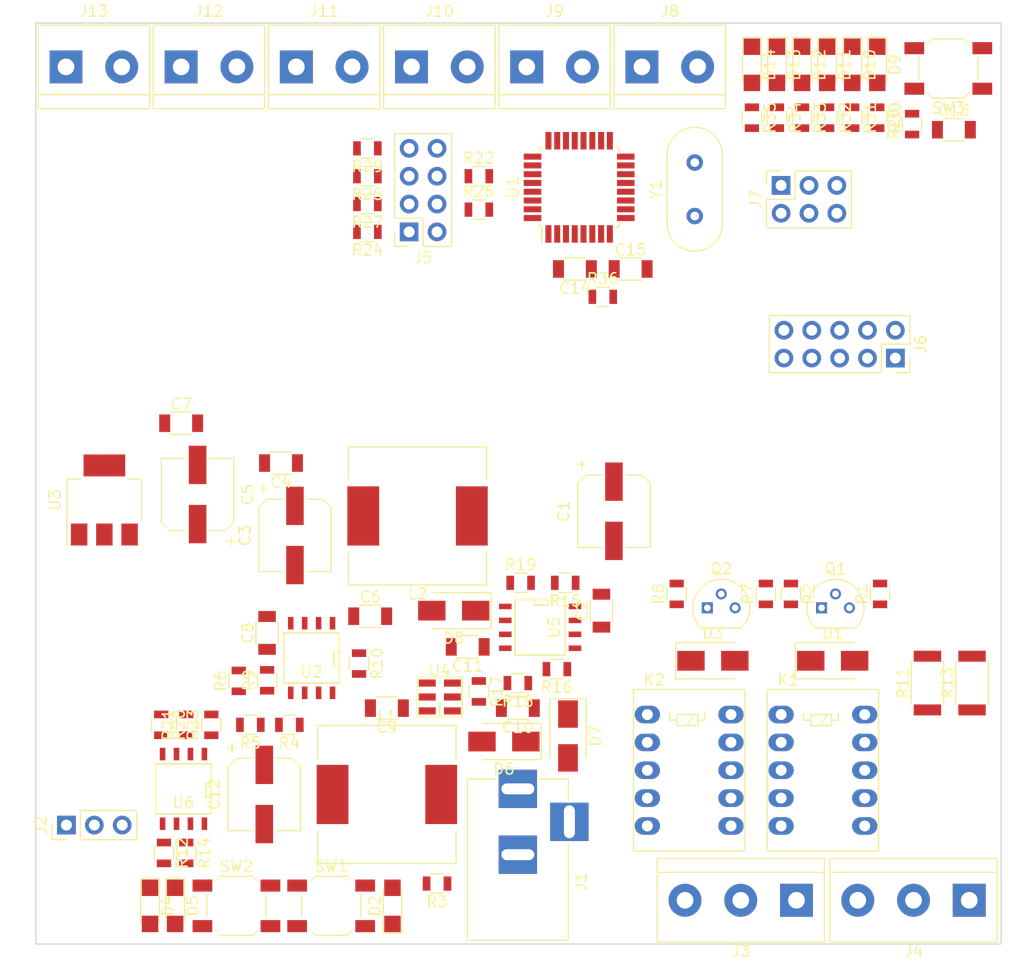
<source format=kicad_pcb>
(kicad_pcb (version 4) (host pcbnew 4.0.7-e2-6376~58~ubuntu14.04.1)
  (layers (0 F.Cu signal) (31 B.Cu signal) (34 B.Paste user) (35 F.Paste user) (36 B.SilkS user) (37 F.SilkS user) (38 B.Mask user) (39 F.Mask user) (44 Edge.Cuts user))
  (net 0 "")
  (net 1 GND)
  (net 2 +12V)
  (net 3 +5V)
  (net 4 +3V3)
  (net 5 /RST)
  (net 6 /O1)
  (net 7 /O2)
  (net 8 /FON)
  (net 9 /FCL)
  (net 10 "Net-(D3-Pad2)")
  (net 11 /WRX)
  (net 12 /A6)
  (net 13 "Net-(J5-Pad3)")
  (net 14 /L4)
  (net 15 /L5)
  (net 16 /L3)
  (net 17 /L1)
  (net 18 /L0)
  (net 19 /A0)
  (net 20 /A1)
  (net 21 /A2)
  (net 22 /A3)
  (net 23 /A4)
  (net 24 /A5)
  (net 25 "Net-(Q1-Pad2)")
  (net 26 "Net-(Q2-Pad2)")
  (net 27 /WTX)
  (net 28 /A7)
  (net 29 "Net-(C8-Pad1)")
  (net 30 /BAT)
  (net 31 "Net-(D1-Pad2)")
  (net 32 "Net-(D2-Pad2)")
  (net 33 "Net-(D4-Pad1)")
  (net 34 "Net-(D9-Pad2)")
  (net 35 "Net-(D10-Pad2)")
  (net 36 "Net-(D11-Pad2)")
  (net 37 "Net-(D12-Pad2)")
  (net 38 "Net-(J3-Pad1)")
  (net 39 "Net-(J3-Pad3)")
  (net 40 /BTMP)
  (net 41 "Net-(J5-Pad4)")
  (net 42 "Net-(J5-Pad5)")
  (net 43 "Net-(J5-Pad7)")
  (net 44 /DBG)
  (net 45 /PON)
  (net 46 /PCL)
  (net 47 "Net-(R17-Pad1)")
  (net 48 /WCC)
  (net 49 "Net-(C6-Pad1)")
  (net 50 "Net-(C11-Pad1)")
  (net 51 "Net-(D5-Pad1)")
  (net 52 "Net-(D6-Pad2)")
  (net 53 /EVSS)
  (net 54 "Net-(D8-Pad1)")
  (net 55 "Net-(D13-Pad2)")
  (net 56 "Net-(D14-Pad2)")
  (net 57 "Net-(J4-Pad1)")
  (net 58 "Net-(J4-Pad3)")
  (net 59 /EPWR)
  (net 60 /CHGE)
  (net 61 /BSTE)
  (net 62 "Net-(R15-Pad1)")
  (net 63 "Net-(R16-Pad1)")
  (net 64 "Net-(R21-Pad1)")
  (net 65 "Net-(R12-Pad1)")
  (net 66 "Net-(R14-Pad1)")
  (net 67 "Net-(U4-Pad6)")
  (module Capacitors_SMD:CP_Elec_6.3x5.7 (layer F.Cu) (at 124.206 95.504 270)
    (fp_text reference C1 (at 0 4.56 270) (layer F.SilkS))
    (fp_text value 100)
    (fp_text user + (at -4.28 3.01 270) (layer F.SilkS))
    (pad 1 smd rect (at -2.7 0 90) (size 3.5 1.6) (layers F.Cu F.Paste F.Mask) (net 2 +12V))
    (pad 2 smd rect (at 2.7 0 90) (size 3.5 1.6) (layers F.Cu F.Paste F.Mask) (net 1 GND))
  )
  (module Capacitors_SMD:C_1206 (layer F.Cu) (at 123.067 104.569 90)
    (fp_text reference C2 (at 0 -1.75 90) (layer F.SilkS))
    (fp_text value 0.1)
    (pad 1 smd rect (at -1.5 0 90) (size 1 1.6) (layers F.Cu F.Paste F.Mask) (net 2 +12V))
    (pad 2 smd rect (at 1.5 0 90) (size 1 1.6) (layers F.Cu F.Paste F.Mask) (net 1 GND))
  )
  (module Capacitors_SMD:CP_Elec_6.3x5.7 (layer F.Cu) (at 95.127 97.711 270)
    (fp_text reference C3 (at 0 4.56 270) (layer F.SilkS))
    (fp_text value 470)
    (fp_text user + (at -4.28 3.01 270) (layer F.SilkS))
    (pad 1 smd rect (at -2.7 0 90) (size 3.5 1.6) (layers F.Cu F.Paste F.Mask) (net 3 +5V))
    (pad 2 smd rect (at 2.7 0 90) (size 3.5 1.6) (layers F.Cu F.Paste F.Mask) (net 1 GND))
  )
  (module Capacitors_SMD:C_1206 (layer F.Cu) (at 93.857 91.107 180)
    (fp_text reference C4 (at 0 -1.75 180) (layer F.SilkS))
    (fp_text value 0.1)
    (pad 1 smd rect (at -1.5 0 180) (size 1 1.6) (layers F.Cu F.Paste F.Mask) (net 3 +5V))
    (pad 2 smd rect (at 1.5 0 180) (size 1 1.6) (layers F.Cu F.Paste F.Mask) (net 1 GND))
  )
  (module Capacitors_SMD:CP_Elec_6.3x5.7 (layer F.Cu) (at 86.255 93.975 90)
    (fp_text reference C5 (at 0 4.56 90) (layer F.SilkS))
    (fp_text value 100)
    (fp_text user + (at -4.28 3.01 90) (layer F.SilkS))
    (pad 1 smd rect (at -2.7 0 270) (size 3.5 1.6) (layers F.Cu F.Paste F.Mask) (net 4 +3V3))
    (pad 2 smd rect (at 2.7 0 270) (size 3.5 1.6) (layers F.Cu F.Paste F.Mask) (net 1 GND))
  )
  (module Capacitors_SMD:C_1206 (layer F.Cu) (at 101.985 105.077)
    (fp_text reference C6 (at 0 -1.75) (layer F.SilkS))
    (fp_text value 0.1)
    (pad 1 smd rect (at -1.5 0) (size 1 1.6) (layers F.Cu F.Paste F.Mask) (net 49 "Net-(C6-Pad1)"))
    (pad 2 smd rect (at 1.5 0) (size 1 1.6) (layers F.Cu F.Paste F.Mask) (net 1 GND))
  )
  (module Capacitors_SMD:C_1206 (layer F.Cu) (at 84.755 87.475)
    (fp_text reference C7 (at 0 -1.75) (layer F.SilkS))
    (fp_text value 0.1)
    (pad 1 smd rect (at -1.5 0) (size 1 1.6) (layers F.Cu F.Paste F.Mask) (net 4 +3V3))
    (pad 2 smd rect (at 1.5 0) (size 1 1.6) (layers F.Cu F.Paste F.Mask) (net 1 GND))
  )
  (module Capacitors_SMD:C_1206 (layer F.Cu) (at 92.587 106.601 90)
    (fp_text reference C8 (at 0 -1.75 90) (layer F.SilkS))
    (fp_text value 0.1)
    (pad 1 smd rect (at -1.5 0 90) (size 1 1.6) (layers F.Cu F.Paste F.Mask) (net 29 "Net-(C8-Pad1)"))
    (pad 2 smd rect (at 1.5 0 90) (size 1 1.6) (layers F.Cu F.Paste F.Mask) (net 1 GND))
  )
  (module Capacitors_SMD:C_1206 (layer F.Cu) (at 115.447 113.459 180)
    (fp_text reference C10 (at 0 -1.75 180) (layer F.SilkS))
    (fp_text value 22)
    (pad 1 smd rect (at -1.5 0 180) (size 1 1.6) (layers F.Cu F.Paste F.Mask) (net 2 +12V))
    (pad 2 smd rect (at 1.5 0 180) (size 1 1.6) (layers F.Cu F.Paste F.Mask) (net 1 GND))
  )
  (module Capacitors_SMD:C_1206 (layer F.Cu) (at 110.875 107.871 180)
    (fp_text reference C11 (at 0 -1.75 180) (layer F.SilkS))
    (fp_text value 470p)
    (pad 1 smd rect (at -1.5 0 180) (size 1 1.6) (layers F.Cu F.Paste F.Mask) (net 50 "Net-(C11-Pad1)"))
    (pad 2 smd rect (at 1.5 0 180) (size 1 1.6) (layers F.Cu F.Paste F.Mask) (net 1 GND))
  )
  (module Diodes_SMD:D_SMA (layer F.Cu) (at 144.149 109.141)
    (fp_text reference D1 (at 0 -2.5) (layer F.SilkS))
    (fp_text value D)
    (pad 1 smd rect (at -2 0) (size 2.5 1.8) (layers F.Cu F.Paste F.Mask) (net 3 +5V))
    (pad 2 smd rect (at 2 0) (size 2.5 1.8) (layers F.Cu F.Paste F.Mask) (net 31 "Net-(D1-Pad2)"))
  )
  (module LEDs:LED_1206 (layer F.Cu) (at 81.919 131.493 270)
    (fp_text reference D4 (at 0 -1.6 270) (layer F.SilkS))
    (fp_text value LED)
    (pad 2 smd rect (at 1.65 0 90) (size 1.5 1.5) (layers F.Cu F.Paste F.Mask) (net 3 +5V))
    (pad 1 smd rect (at -1.65 0 90) (size 1.5 1.5) (layers F.Cu F.Paste F.Mask) (net 33 "Net-(D4-Pad1)"))
  )
  (module Diodes_SMD:D_SMA (layer F.Cu) (at 114.177 116.507 180)
    (fp_text reference D6 (at 0 -2.5 180) (layer F.SilkS))
    (fp_text value "YJ SS14")
    (pad 1 smd rect (at -2 0 180) (size 2.5 1.8) (layers F.Cu F.Paste F.Mask) (net 2 +12V))
    (pad 2 smd rect (at 2 0 180) (size 2.5 1.8) (layers F.Cu F.Paste F.Mask) (net 52 "Net-(D6-Pad2)"))
  )
  (module LEDs:LED_1206 (layer F.Cu) (at 148.213 54.785 270)
    (fp_text reference D9 (at 0 -1.6 270) (layer F.SilkS))
    (fp_text value LED)
    (pad 2 smd rect (at 1.65 0 90) (size 1.5 1.5) (layers F.Cu F.Paste F.Mask) (net 34 "Net-(D9-Pad2)"))
    (pad 1 smd rect (at -1.65 0 90) (size 1.5 1.5) (layers F.Cu F.Paste F.Mask) (net 1 GND))
  )
  (module LEDs:LED_1206 (layer F.Cu) (at 145.927 54.785 270)
    (fp_text reference D10 (at 0 -1.6 270) (layer F.SilkS))
    (fp_text value LED)
    (pad 2 smd rect (at 1.65 0 90) (size 1.5 1.5) (layers F.Cu F.Paste F.Mask) (net 35 "Net-(D10-Pad2)"))
    (pad 1 smd rect (at -1.65 0 90) (size 1.5 1.5) (layers F.Cu F.Paste F.Mask) (net 1 GND))
  )
  (module LEDs:LED_1206 (layer F.Cu) (at 143.641 54.785 270)
    (fp_text reference D11 (at 0 -1.6 270) (layer F.SilkS))
    (fp_text value LED)
    (pad 2 smd rect (at 1.65 0 90) (size 1.5 1.5) (layers F.Cu F.Paste F.Mask) (net 36 "Net-(D11-Pad2)"))
    (pad 1 smd rect (at -1.65 0 90) (size 1.5 1.5) (layers F.Cu F.Paste F.Mask) (net 1 GND))
  )
  (module LEDs:LED_1206 (layer F.Cu) (at 141.355 54.785 270)
    (fp_text reference D12 (at 0 -1.6 270) (layer F.SilkS))
    (fp_text value LED)
    (pad 2 smd rect (at 1.65 0 90) (size 1.5 1.5) (layers F.Cu F.Paste F.Mask) (net 37 "Net-(D12-Pad2)"))
    (pad 1 smd rect (at -1.65 0 90) (size 1.5 1.5) (layers F.Cu F.Paste F.Mask) (net 1 GND))
  )
  (module Connectors:BARREL_JACK (layer F.Cu) (at 115.447 120.825 90)
    (fp_text reference J1 (at -8.45 5.75 270) (layer F.SilkS))
    (fp_text value Barrel_Jack)
    (pad 1 thru_hole rect (at 0 0 90) (size 3.5 3.5) (drill oval 1 3) (layers *.Cu *.Mask) (net 53 /EVSS))
    (pad 2 thru_hole rect (at -6 0 90) (size 3.5 3.5) (drill oval 1 3) (layers *.Cu *.Mask) (net 1 GND))
    (pad 3 thru_hole rect (at -3 4.7 90) (size 3.5 3.5) (drill oval 3 1) (layers *.Cu *.Mask) (net 1 GND))
  )
  (module Connectors_Terminal_Blocks:TerminalBlock_bornier-3_P5.08mm (layer F.Cu) (at 140.847 130.985 180)
    (fp_text reference J3 (at 5.05 -4.65 180) (layer F.SilkS))
    (fp_text value 01x03)
    (pad 1 thru_hole rect (at 0 0 180) (size 3 3) (drill 1.52) (layers *.Cu *.Mask) (net 38 "Net-(J3-Pad1)"))
    (pad 2 thru_hole circle (at 5.08 0 180) (size 3 3) (drill 1.52) (layers *.Cu *.Mask) (net 12 /A6))
    (pad 3 thru_hole circle (at 10.16 0 180) (size 3 3) (drill 1.52) (layers *.Cu *.Mask) (net 39 "Net-(J3-Pad3)"))
  )
  (module Socket_Strips:Socket_Strip_Straight_2x04_Pitch2.54mm (layer F.Cu) (at 105.541 70.025 180)
    (fp_text reference J5 (at -1.27 -2.33 180) (layer F.SilkS))
    (fp_text value Conn_02x04_Odd_Even)
    (pad 1 thru_hole rect (at 0 0 180) (size 1.7 1.7) (drill 1) (layers *.Cu *.Mask) (net 1 GND))
    (pad 2 thru_hole oval (at -2.54 0 180) (size 1.7 1.7) (drill 1) (layers *.Cu *.Mask) (net 11 /WRX))
    (pad 3 thru_hole oval (at 0 2.54 180) (size 1.7 1.7) (drill 1) (layers *.Cu *.Mask) (net 13 "Net-(J5-Pad3)"))
    (pad 4 thru_hole oval (at -2.54 2.54 180) (size 1.7 1.7) (drill 1) (layers *.Cu *.Mask) (net 41 "Net-(J5-Pad4)"))
    (pad 5 thru_hole oval (at 0 5.08 180) (size 1.7 1.7) (drill 1) (layers *.Cu *.Mask) (net 42 "Net-(J5-Pad5)"))
    (pad 6 thru_hole oval (at -2.54 5.08 180) (size 1.7 1.7) (drill 1) (layers *.Cu *.Mask) (net 41 "Net-(J5-Pad4)"))
    (pad 7 thru_hole oval (at 0 7.62 180) (size 1.7 1.7) (drill 1) (layers *.Cu *.Mask) (net 43 "Net-(J5-Pad7)"))
    (pad 8 thru_hole oval (at -2.54 7.62 180) (size 1.7 1.7) (drill 1) (layers *.Cu *.Mask) (net 4 +3V3))
  )
  (module Socket_Strips:Socket_Strip_Straight_2x05_Pitch2.54mm (layer F.Cu) (at 149.86 81.534 270)
    (fp_text reference J6 (at -1.27 -2.33 270) (layer F.SilkS))
    (fp_text value Conn_02x05_Odd_Even)
    (pad 1 thru_hole rect (at 0 0 270) (size 1.7 1.7) (drill 1) (layers *.Cu *.Mask) (net 16 /L3))
    (pad 2 thru_hole oval (at -2.54 0 270) (size 1.7 1.7) (drill 1) (layers *.Cu *.Mask) (net 3 +5V))
    (pad 3 thru_hole oval (at 0 2.54 270) (size 1.7 1.7) (drill 1) (layers *.Cu *.Mask) (net 44 /DBG))
    (pad 4 thru_hole oval (at -2.54 2.54 270) (size 1.7 1.7) (drill 1) (layers *.Cu *.Mask) (net 1 GND))
    (pad 5 thru_hole oval (at 0 5.08 270) (size 1.7 1.7) (drill 1) (layers *.Cu *.Mask) (net 5 /RST))
    (pad 6 thru_hole oval (at -2.54 5.08 270) (size 1.7 1.7) (drill 1) (layers *.Cu *.Mask) (net 1 GND))
    (pad 7 thru_hole oval (at 0 7.62 270) (size 1.7 1.7) (drill 1) (layers *.Cu *.Mask) (net 15 /L5))
    (pad 8 thru_hole oval (at -2.54 7.62 270) (size 1.7 1.7) (drill 1) (layers *.Cu *.Mask) (net 1 GND))
    (pad 9 thru_hole oval (at 0 10.16 270) (size 1.7 1.7) (drill 1) (layers *.Cu *.Mask) (net 14 /L4))
    (pad 10 thru_hole oval (at -2.54 10.16 270) (size 1.7 1.7) (drill 1) (layers *.Cu *.Mask) (net 1 GND))
  )
  (module Socket_Strips:Socket_Strip_Straight_2x03_Pitch2.54mm (layer F.Cu) (at 139.446 65.786 90)
    (fp_text reference J7 (at -1.27 -2.33 90) (layer F.SilkS))
    (fp_text value Conn_02x03_Odd_Even)
    (pad 1 thru_hole rect (at 0 0 90) (size 1.7 1.7) (drill 1) (layers *.Cu *.Mask) (net 14 /L4))
    (pad 2 thru_hole oval (at -2.54 0 90) (size 1.7 1.7) (drill 1) (layers *.Cu *.Mask) (net 3 +5V))
    (pad 3 thru_hole oval (at 0 2.54 90) (size 1.7 1.7) (drill 1) (layers *.Cu *.Mask) (net 15 /L5))
    (pad 4 thru_hole oval (at -2.54 2.54 90) (size 1.7 1.7) (drill 1) (layers *.Cu *.Mask) (net 16 /L3))
    (pad 5 thru_hole oval (at 0 5.08 90) (size 1.7 1.7) (drill 1) (layers *.Cu *.Mask) (net 5 /RST))
    (pad 6 thru_hole oval (at -2.54 5.08 90) (size 1.7 1.7) (drill 1) (layers *.Cu *.Mask) (net 1 GND))
  )
  (module Connectors_Terminal_Blocks:TerminalBlock_bornier-2_P5.08mm (layer F.Cu) (at 126.755 54.975)
    (fp_text reference J8 (at 2.54 -5.08) (layer F.SilkS))
    (fp_text value Screw_Terminal_01x02)
    (pad 1 thru_hole rect (at 0 0) (size 3 3) (drill 1.52) (layers *.Cu *.Mask) (net 1 GND))
    (pad 2 thru_hole circle (at 5.08 0) (size 3 3) (drill 1.52) (layers *.Cu *.Mask) (net 19 /A0))
  )
  (module Connectors_Terminal_Blocks:TerminalBlock_bornier-2_P5.08mm (layer F.Cu) (at 116.255 54.975)
    (fp_text reference J9 (at 2.54 -5.08) (layer F.SilkS))
    (fp_text value Screw_Terminal_01x02)
    (pad 1 thru_hole rect (at 0 0) (size 3 3) (drill 1.52) (layers *.Cu *.Mask) (net 1 GND))
    (pad 2 thru_hole circle (at 5.08 0) (size 3 3) (drill 1.52) (layers *.Cu *.Mask) (net 20 /A1))
  )
  (module Connectors_Terminal_Blocks:TerminalBlock_bornier-2_P5.08mm (layer F.Cu) (at 105.755 54.975)
    (fp_text reference J10 (at 2.54 -5.08) (layer F.SilkS))
    (fp_text value Screw_Terminal_01x02)
    (pad 1 thru_hole rect (at 0 0) (size 3 3) (drill 1.52) (layers *.Cu *.Mask) (net 1 GND))
    (pad 2 thru_hole circle (at 5.08 0) (size 3 3) (drill 1.52) (layers *.Cu *.Mask) (net 21 /A2))
  )
  (module Connectors_Terminal_Blocks:TerminalBlock_bornier-2_P5.08mm (layer F.Cu) (at 95.255 54.975)
    (fp_text reference J11 (at 2.54 -5.08) (layer F.SilkS))
    (fp_text value Screw_Terminal_01x02)
    (pad 1 thru_hole rect (at 0 0) (size 3 3) (drill 1.52) (layers *.Cu *.Mask) (net 1 GND))
    (pad 2 thru_hole circle (at 5.08 0) (size 3 3) (drill 1.52) (layers *.Cu *.Mask) (net 22 /A3))
  )
  (module Connectors_Terminal_Blocks:TerminalBlock_bornier-2_P5.08mm (layer F.Cu) (at 84.755 54.975)
    (fp_text reference J12 (at 2.54 -5.08) (layer F.SilkS))
    (fp_text value Screw_Terminal_01x02)
    (pad 1 thru_hole rect (at 0 0) (size 3 3) (drill 1.52) (layers *.Cu *.Mask) (net 1 GND))
    (pad 2 thru_hole circle (at 5.08 0) (size 3 3) (drill 1.52) (layers *.Cu *.Mask) (net 23 /A4))
  )
  (module Connectors_Terminal_Blocks:TerminalBlock_bornier-2_P5.08mm (layer F.Cu) (at 74.255 54.975)
    (fp_text reference J13 (at 2.54 -5.08) (layer F.SilkS))
    (fp_text value Screw_Terminal_01x02)
    (pad 1 thru_hole rect (at 0 0) (size 3 3) (drill 1.52) (layers *.Cu *.Mask) (net 1 GND))
    (pad 2 thru_hole circle (at 5.08 0) (size 3 3) (drill 1.52) (layers *.Cu *.Mask) (net 24 /A5))
  )
  (module Relays_THT:Relay_DPDT_FRT5 (layer F.Cu) (at 139.446 114.046)
    (fp_text reference K1 (at 0.635 -3.175) (layer F.SilkS))
    (fp_text value P-5)
    (pad 1 thru_hole oval (at 0 0) (size 2.3 1.6) (drill 1) (layers *.Cu *.Mask) (net 3 +5V))
    (pad 2 thru_hole oval (at 0 2.54) (size 2.3 1.6) (drill 1) (layers *.Cu *.Mask) (net 12 /A6))
    (pad 3 thru_hole oval (at 0 5.08) (size 2.3 1.6) (drill 1) (layers *.Cu *.Mask) (net 38 "Net-(J3-Pad1)"))
    (pad 4 thru_hole oval (at 0 7.62) (size 2.3 1.6) (drill 1) (layers *.Cu *.Mask) (net 2 +12V))
    (pad 5 thru_hole oval (at 0 10.16) (size 2.3 1.6) (drill 1) (layers *.Cu *.Mask))
    (pad 6 thru_hole oval (at 7.62 10.16) (size 2.3 1.6) (drill 1) (layers *.Cu *.Mask))
    (pad 7 thru_hole oval (at 7.62 7.62) (size 2.3 1.6) (drill 1) (layers *.Cu *.Mask) (net 2 +12V))
    (pad 8 thru_hole oval (at 7.62 5.08) (size 2.3 1.6) (drill 1) (layers *.Cu *.Mask) (net 57 "Net-(J4-Pad1)"))
    (pad 9 thru_hole oval (at 7.62 2.54) (size 2.3 1.6) (drill 1) (layers *.Cu *.Mask) (net 12 /A6))
    (pad 10 thru_hole oval (at 7.62 0) (size 2.3 1.6) (drill 1) (layers *.Cu *.Mask) (net 31 "Net-(D1-Pad2)"))
  )
  (module Relays_THT:Relay_DPDT_FRT5 (layer F.Cu) (at 127.254 114.046)
    (fp_text reference K2 (at 0.635 -3.175) (layer F.SilkS))
    (fp_text value P-5)
    (pad 1 thru_hole oval (at 0 0) (size 2.3 1.6) (drill 1) (layers *.Cu *.Mask) (net 3 +5V))
    (pad 2 thru_hole oval (at 0 2.54) (size 2.3 1.6) (drill 1) (layers *.Cu *.Mask) (net 12 /A6))
    (pad 3 thru_hole oval (at 0 5.08) (size 2.3 1.6) (drill 1) (layers *.Cu *.Mask) (net 39 "Net-(J3-Pad3)"))
    (pad 4 thru_hole oval (at 0 7.62) (size 2.3 1.6) (drill 1) (layers *.Cu *.Mask) (net 2 +12V))
    (pad 5 thru_hole oval (at 0 10.16) (size 2.3 1.6) (drill 1) (layers *.Cu *.Mask))
    (pad 6 thru_hole oval (at 7.62 10.16) (size 2.3 1.6) (drill 1) (layers *.Cu *.Mask))
    (pad 7 thru_hole oval (at 7.62 7.62) (size 2.3 1.6) (drill 1) (layers *.Cu *.Mask) (net 2 +12V))
    (pad 8 thru_hole oval (at 7.62 5.08) (size 2.3 1.6) (drill 1) (layers *.Cu *.Mask) (net 58 "Net-(J4-Pad3)"))
    (pad 9 thru_hole oval (at 7.62 2.54) (size 2.3 1.6) (drill 1) (layers *.Cu *.Mask) (net 12 /A6))
    (pad 10 thru_hole oval (at 7.62 0) (size 2.3 1.6) (drill 1) (layers *.Cu *.Mask) (net 10 "Net-(D3-Pad2)"))
  )
  (module Inductors_SMD:L_12x12mm_h6mm (layer F.Cu) (at 103.509 121.333)
    (fp_text reference L1 (at 0 -7.1) (layer F.SilkS))
    (fp_text value 220)
    (pad 1 smd rect (at -4.95 0) (size 2.9 5.4) (layers F.Cu F.Paste F.Mask) (net 30 /BAT))
    (pad 2 smd rect (at 4.95 0) (size 2.9 5.4) (layers F.Cu F.Paste F.Mask) (net 52 "Net-(D6-Pad2)"))
  )
  (module Inductors_SMD:L_12x12mm_h6mm (layer F.Cu) (at 106.303 95.933 180)
    (fp_text reference L2 (at 0 -7.1 180) (layer F.SilkS))
    (fp_text value 220)
    (pad 1 smd rect (at -4.95 0 180) (size 2.9 5.4) (layers F.Cu F.Paste F.Mask) (net 54 "Net-(D8-Pad1)"))
    (pad 2 smd rect (at 4.95 0 180) (size 2.9 5.4) (layers F.Cu F.Paste F.Mask) (net 3 +5V))
  )
  (module TO_SOT_Packages_THT:TO-92_Molded_Narrow (layer F.Cu) (at 143.133 104.315)
    (fp_text reference Q1 (at 1.27 -3.56) (layer F.SilkS))
    (fp_text value 2N3904)
    (pad 2 thru_hole circle (at 1.27 -1.27 90) (size 1 1) (drill 0.6) (layers *.Cu *.Mask) (net 25 "Net-(Q1-Pad2)"))
    (pad 3 thru_hole circle (at 2.54 0 90) (size 1 1) (drill 0.6) (layers *.Cu *.Mask) (net 31 "Net-(D1-Pad2)"))
    (pad 1 thru_hole rect (at 0 0 90) (size 1 1) (drill 0.6) (layers *.Cu *.Mask) (net 1 GND))
  )
  (module TO_SOT_Packages_THT:TO-92_Molded_Narrow (layer F.Cu) (at 132.719 104.315)
    (fp_text reference Q2 (at 1.27 -3.56) (layer F.SilkS))
    (fp_text value 2N3904)
    (pad 2 thru_hole circle (at 1.27 -1.27 90) (size 1 1) (drill 0.6) (layers *.Cu *.Mask) (net 26 "Net-(Q2-Pad2)"))
    (pad 3 thru_hole circle (at 2.54 0 90) (size 1 1) (drill 0.6) (layers *.Cu *.Mask) (net 10 "Net-(D3-Pad2)"))
    (pad 1 thru_hole rect (at 0 0 90) (size 1 1) (drill 0.6) (layers *.Cu *.Mask) (net 1 GND))
  )
  (module Resistors_SMD:R_0805 (layer F.Cu) (at 148.467 103.045 90)
    (fp_text reference R1 (at 0 -1.65 90) (layer F.SilkS))
    (fp_text value 1k5)
    (pad 1 smd rect (at -0.95 0 90) (size 0.7 1.3) (layers F.Cu F.Paste F.Mask) (net 31 "Net-(D1-Pad2)"))
    (pad 2 smd rect (at 0.95 0 90) (size 0.7 1.3) (layers F.Cu F.Paste F.Mask) (net 8 /FON))
  )
  (module Resistors_SMD:R_0805 (layer F.Cu) (at 140.339 103.045 270)
    (fp_text reference R2 (at 0 -1.65 270) (layer F.SilkS))
    (fp_text value 82)
    (pad 1 smd rect (at -0.95 0 270) (size 0.7 1.3) (layers F.Cu F.Paste F.Mask) (net 45 /PON))
    (pad 2 smd rect (at 0.95 0 270) (size 0.7 1.3) (layers F.Cu F.Paste F.Mask) (net 25 "Net-(Q1-Pad2)"))
  )
  (module Resistors_SMD:R_0805 (layer F.Cu) (at 108.081 129.461 180)
    (fp_text reference R3 (at 0 -1.65 180) (layer F.SilkS))
    (fp_text value 2k)
    (pad 1 smd rect (at -0.95 0 180) (size 0.7 1.3) (layers F.Cu F.Paste F.Mask) (net 53 /EVSS))
    (pad 2 smd rect (at 0.95 0 180) (size 0.7 1.3) (layers F.Cu F.Paste F.Mask) (net 32 "Net-(D2-Pad2)"))
  )
  (module Resistors_SMD:R_0805 (layer F.Cu) (at 94.619 114.983 180)
    (fp_text reference R4 (at 0 -1.65 180) (layer F.SilkS))
    (fp_text value 12k)
    (pad 1 smd rect (at -0.95 0 180) (size 0.7 1.3) (layers F.Cu F.Paste F.Mask) (net 53 /EVSS))
    (pad 2 smd rect (at 0.95 0 180) (size 0.7 1.3) (layers F.Cu F.Paste F.Mask) (net 59 /EPWR))
  )
  (module Resistors_SMD:R_0805 (layer F.Cu) (at 91.063 114.983 180)
    (fp_text reference R5 (at 0 -1.65 180) (layer F.SilkS))
    (fp_text value 10k)
    (pad 1 smd rect (at -0.95 0 180) (size 0.7 1.3) (layers F.Cu F.Paste F.Mask) (net 59 /EPWR))
    (pad 2 smd rect (at 0.95 0 180) (size 0.7 1.3) (layers F.Cu F.Paste F.Mask) (net 1 GND))
  )
  (module Resistors_SMD:R_0805 (layer F.Cu) (at 90.005 110.975 90)
    (fp_text reference R6 (at 0 -1.65 90) (layer F.SilkS))
    (fp_text value 1k)
    (pad 1 smd rect (at -0.95 0 90) (size 0.7 1.3) (layers F.Cu F.Paste F.Mask) (net 30 /BAT))
    (pad 2 smd rect (at 0.95 0 90) (size 0.7 1.3) (layers F.Cu F.Paste F.Mask) (net 28 /A7))
  )
  (module Resistors_SMD:R_0805 (layer F.Cu) (at 138.053 103.045 90)
    (fp_text reference R7 (at 0 -1.65 90) (layer F.SilkS))
    (fp_text value 1k5)
    (pad 1 smd rect (at -0.95 0 90) (size 0.7 1.3) (layers F.Cu F.Paste F.Mask) (net 10 "Net-(D3-Pad2)"))
    (pad 2 smd rect (at 0.95 0 90) (size 0.7 1.3) (layers F.Cu F.Paste F.Mask) (net 9 /FCL))
  )
  (module Resistors_SMD:R_0805 (layer F.Cu) (at 129.925 103.045 90)
    (fp_text reference R8 (at 0 -1.65 90) (layer F.SilkS))
    (fp_text value 82)
    (pad 1 smd rect (at -0.95 0 90) (size 0.7 1.3) (layers F.Cu F.Paste F.Mask) (net 26 "Net-(Q2-Pad2)"))
    (pad 2 smd rect (at 0.95 0 90) (size 0.7 1.3) (layers F.Cu F.Paste F.Mask) (net 46 /PCL))
  )
  (module Resistors_SMD:R_0805 (layer F.Cu) (at 92.587 110.919 90)
    (fp_text reference R9 (at 0 -1.65 90) (layer F.SilkS))
    (fp_text value 10k)
    (pad 1 smd rect (at -0.95 0 90) (size 0.7 1.3) (layers F.Cu F.Paste F.Mask) (net 30 /BAT))
    (pad 2 smd rect (at 0.95 0 90) (size 0.7 1.3) (layers F.Cu F.Paste F.Mask) (net 60 /CHGE))
  )
  (module Resistors_SMD:R_0805 (layer F.Cu) (at 100.969 109.395 270)
    (fp_text reference R10 (at 0 -1.65 270) (layer F.SilkS))
    (fp_text value 10k)
    (pad 1 smd rect (at -0.95 0 270) (size 0.7 1.3) (layers F.Cu F.Paste F.Mask) (net 61 /BSTE))
    (pad 2 smd rect (at 0.95 0 270) (size 0.7 1.3) (layers F.Cu F.Paste F.Mask) (net 1 GND))
  )
  (module Resistors_SMD:R_0805 (layer F.Cu) (at 83.189 126.667 270)
    (fp_text reference R12 (at 0 -1.65 270) (layer F.SilkS))
    (fp_text value 1k)
    (pad 1 smd rect (at -0.95 0 270) (size 0.7 1.3) (layers F.Cu F.Paste F.Mask) (net 65 "Net-(R12-Pad1)"))
    (pad 2 smd rect (at 0.95 0 270) (size 0.7 1.3) (layers F.Cu F.Paste F.Mask) (net 33 "Net-(D4-Pad1)"))
  )
  (module Resistors_SMD:R_0805 (layer F.Cu) (at 119.003 109.903 180)
    (fp_text reference R16 (at 0 -1.65 180) (layer F.SilkS))
    (fp_text value 1k2)
    (pad 1 smd rect (at -0.95 0 180) (size 0.7 1.3) (layers F.Cu F.Paste F.Mask) (net 63 "Net-(R16-Pad1)"))
    (pad 2 smd rect (at 0.95 0 180) (size 0.7 1.3) (layers F.Cu F.Paste F.Mask) (net 1 GND))
  )
  (module Resistors_SMD:R_0805 (layer F.Cu) (at 111.891 111.935 270)
    (fp_text reference R17 (at 0 -1.65 270) (layer F.SilkS))
    (fp_text value 1k05)
    (pad 1 smd rect (at -0.95 0 270) (size 0.7 1.3) (layers F.Cu F.Paste F.Mask) (net 47 "Net-(R17-Pad1)"))
    (pad 2 smd rect (at 0.95 0 270) (size 0.7 1.3) (layers F.Cu F.Paste F.Mask) (net 1 GND))
  )
  (module Resistors_SMD:R_0805 (layer F.Cu) (at 115.447 111.173 180)
    (fp_text reference R18 (at 0 -1.65 180) (layer F.SilkS))
    (fp_text value 20k)
    (pad 1 smd rect (at -0.95 0 180) (size 0.7 1.3) (layers F.Cu F.Paste F.Mask) (net 2 +12V))
    (pad 2 smd rect (at 0.95 0 180) (size 0.7 1.3) (layers F.Cu F.Paste F.Mask) (net 47 "Net-(R17-Pad1)"))
  )
  (module Resistors_SMD:R_0805 (layer F.Cu) (at 115.701 102.029)
    (fp_text reference R19 (at 0 -1.65) (layer F.SilkS))
    (fp_text value 3k6)
    (pad 1 smd rect (at -0.95 0) (size 0.7 1.3) (layers F.Cu F.Paste F.Mask) (net 3 +5V))
    (pad 2 smd rect (at 0.95 0) (size 0.7 1.3) (layers F.Cu F.Paste F.Mask) (net 63 "Net-(R16-Pad1)"))
  )
  (module Resistors_SMD:R_0805 (layer F.Cu) (at 82.935 114.983 270)
    (fp_text reference R20 (at 0 -1.65 270) (layer F.SilkS))
    (fp_text value 10k)
    (pad 1 smd rect (at -0.95 0 270) (size 0.7 1.3) (layers F.Cu F.Paste F.Mask) (net 40 /BTMP))
    (pad 2 smd rect (at 0.95 0 270) (size 0.7 1.3) (layers F.Cu F.Paste F.Mask) (net 3 +5V))
  )
  (module Resistors_SMD:R_0805 (layer F.Cu) (at 85.221 114.983 90)
    (fp_text reference R21 (at 0 -1.65 90) (layer F.SilkS))
    (fp_text value 10k)
    (pad 1 smd rect (at -0.95 0 90) (size 0.7 1.3) (layers F.Cu F.Paste F.Mask) (net 64 "Net-(R21-Pad1)"))
    (pad 2 smd rect (at 0.95 0 90) (size 0.7 1.3) (layers F.Cu F.Paste F.Mask) (net 1 GND))
  )
  (module Resistors_SMD:R_0805 (layer F.Cu) (at 111.891 64.945)
    (fp_text reference R22 (at 0 -1.65) (layer F.SilkS))
    (fp_text value 1k5)
    (pad 1 smd rect (at -0.95 0) (size 0.7 1.3) (layers F.Cu F.Paste F.Mask) (net 41 "Net-(J5-Pad4)"))
    (pad 2 smd rect (at 0.95 0) (size 0.7 1.3) (layers F.Cu F.Paste F.Mask) (net 48 /WCC))
  )
  (module Resistors_SMD:R_0805 (layer F.Cu) (at 87.507 114.983 90)
    (fp_text reference R23 (at 0 -1.65 90) (layer F.SilkS))
    (fp_text value 19k)
    (pad 1 smd rect (at -0.95 0 90) (size 0.7 1.3) (layers F.Cu F.Paste F.Mask) (net 40 /BTMP))
    (pad 2 smd rect (at 0.95 0 90) (size 0.7 1.3) (layers F.Cu F.Paste F.Mask) (net 1 GND))
  )
  (module Resistors_SMD:R_0805 (layer F.Cu) (at 101.731 70.025 180)
    (fp_text reference R24 (at 0 -1.65 180) (layer F.SilkS))
    (fp_text value 3k3)
    (pad 1 smd rect (at -0.95 0 180) (size 0.7 1.3) (layers F.Cu F.Paste F.Mask) (net 41 "Net-(J5-Pad4)"))
    (pad 2 smd rect (at 0.95 0 180) (size 0.7 1.3) (layers F.Cu F.Paste F.Mask) (net 1 GND))
  )
  (module Resistors_SMD:R_0805 (layer F.Cu) (at 101.731 64.945 180)
    (fp_text reference R25 (at 0 -1.65 180) (layer F.SilkS))
    (fp_text value 3k3)
    (pad 1 smd rect (at -0.95 0 180) (size 0.7 1.3) (layers F.Cu F.Paste F.Mask) (net 42 "Net-(J5-Pad5)"))
    (pad 2 smd rect (at 0.95 0 180) (size 0.7 1.3) (layers F.Cu F.Paste F.Mask) (net 4 +3V3))
  )
  (module Resistors_SMD:R_0805 (layer F.Cu) (at 111.891 67.993)
    (fp_text reference R26 (at 0 -1.65) (layer F.SilkS))
    (fp_text value 1k5)
    (pad 1 smd rect (at -0.95 0) (size 0.7 1.3) (layers F.Cu F.Paste F.Mask) (net 43 "Net-(J5-Pad7)"))
    (pad 2 smd rect (at 0.95 0) (size 0.7 1.3) (layers F.Cu F.Paste F.Mask) (net 27 /WTX))
  )
  (module Resistors_SMD:R_0805 (layer F.Cu) (at 101.731 67.485 180)
    (fp_text reference R27 (at 0 -1.65 180) (layer F.SilkS))
    (fp_text value 3k3)
    (pad 1 smd rect (at -0.95 0 180) (size 0.7 1.3) (layers F.Cu F.Paste F.Mask) (net 13 "Net-(J5-Pad3)"))
    (pad 2 smd rect (at 0.95 0 180) (size 0.7 1.3) (layers F.Cu F.Paste F.Mask) (net 4 +3V3))
  )
  (module Resistors_SMD:R_0805 (layer F.Cu) (at 151.384 60.198 90)
    (fp_text reference R28 (at 0 -1.65 90) (layer F.SilkS))
    (fp_text value 3k3)
    (pad 1 smd rect (at -0.95 0 90) (size 0.7 1.3) (layers F.Cu F.Paste F.Mask) (net 3 +5V))
    (pad 2 smd rect (at 0.95 0 90) (size 0.7 1.3) (layers F.Cu F.Paste F.Mask) (net 5 /RST))
  )
  (module Resistors_SMD:R_0805 (layer F.Cu) (at 101.731 62.405 180)
    (fp_text reference R29 (at 0 -1.65 180) (layer F.SilkS))
    (fp_text value 3k3)
    (pad 1 smd rect (at -0.95 0 180) (size 0.7 1.3) (layers F.Cu F.Paste F.Mask) (net 43 "Net-(J5-Pad7)"))
    (pad 2 smd rect (at 0.95 0 180) (size 0.7 1.3) (layers F.Cu F.Paste F.Mask) (net 1 GND))
  )
  (module Resistors_SMD:R_0805 (layer F.Cu) (at 148.213 59.611 270)
    (fp_text reference R30 (at 0 -1.65 270) (layer F.SilkS))
    (fp_text value 1k)
    (pad 1 smd rect (at -0.95 0 270) (size 0.7 1.3) (layers F.Cu F.Paste F.Mask) (net 34 "Net-(D9-Pad2)"))
    (pad 2 smd rect (at 0.95 0 270) (size 0.7 1.3) (layers F.Cu F.Paste F.Mask) (net 18 /L0))
  )
  (module Resistors_SMD:R_0805 (layer F.Cu) (at 145.927 59.611 270)
    (fp_text reference R31 (at 0 -1.65 270) (layer F.SilkS))
    (fp_text value 1k)
    (pad 1 smd rect (at -0.95 0 270) (size 0.7 1.3) (layers F.Cu F.Paste F.Mask) (net 35 "Net-(D10-Pad2)"))
    (pad 2 smd rect (at 0.95 0 270) (size 0.7 1.3) (layers F.Cu F.Paste F.Mask) (net 17 /L1))
  )
  (module Resistors_SMD:R_0805 (layer F.Cu) (at 143.641 59.611 270)
    (fp_text reference R32 (at 0 -1.65 270) (layer F.SilkS))
    (fp_text value 1k)
    (pad 1 smd rect (at -0.95 0 270) (size 0.7 1.3) (layers F.Cu F.Paste F.Mask) (net 36 "Net-(D11-Pad2)"))
    (pad 2 smd rect (at 0.95 0 270) (size 0.7 1.3) (layers F.Cu F.Paste F.Mask) (net 44 /DBG))
  )
  (module SMD_Packages:SOIC-8-N (layer F.Cu) (at 117.479 106.093 270)
    (fp_text reference U5 (at 0 -1.27 270) (layer F.SilkS))
    (fp_text value MC34063)
    (pad 8 smd rect (at -1.905 -3.175 270) (size 0.508 1.143) (layers F.Cu F.Paste F.Mask) (net 62 "Net-(R15-Pad1)"))
    (pad 7 smd rect (at -0.635 -3.175 270) (size 0.508 1.143) (layers F.Cu F.Paste F.Mask) (net 62 "Net-(R15-Pad1)"))
    (pad 6 smd rect (at 0.635 -3.175 270) (size 0.508 1.143) (layers F.Cu F.Paste F.Mask) (net 2 +12V))
    (pad 5 smd rect (at 1.905 -3.175 270) (size 0.508 1.143) (layers F.Cu F.Paste F.Mask) (net 63 "Net-(R16-Pad1)"))
    (pad 4 smd rect (at 1.905 3.175 270) (size 0.508 1.143) (layers F.Cu F.Paste F.Mask) (net 1 GND))
    (pad 3 smd rect (at 0.635 3.175 270) (size 0.508 1.143) (layers F.Cu F.Paste F.Mask) (net 50 "Net-(C11-Pad1)"))
    (pad 2 smd rect (at -0.635 3.175 270) (size 0.508 1.143) (layers F.Cu F.Paste F.Mask) (net 54 "Net-(D8-Pad1)"))
    (pad 1 smd rect (at -1.905 3.175 270) (size 0.508 1.143) (layers F.Cu F.Paste F.Mask) (net 62 "Net-(R15-Pad1)"))
  )
  (module SMD_Packages:SOIC-8-N (layer F.Cu) (at 84.967 120.825 180)
    (fp_text reference U6 (at 0 -1.27 180) (layer F.SilkS))
    (fp_text value TP4056)
    (pad 8 smd rect (at -1.905 -3.175 180) (size 0.508 1.143) (layers F.Cu F.Paste F.Mask) (net 60 /CHGE))
    (pad 7 smd rect (at -0.635 -3.175 180) (size 0.508 1.143) (layers F.Cu F.Paste F.Mask) (net 66 "Net-(R14-Pad1)"))
    (pad 6 smd rect (at 0.635 -3.175 180) (size 0.508 1.143) (layers F.Cu F.Paste F.Mask) (net 65 "Net-(R12-Pad1)"))
    (pad 5 smd rect (at 1.905 -3.175 180) (size 0.508 1.143) (layers F.Cu F.Paste F.Mask) (net 30 /BAT))
    (pad 4 smd rect (at 1.905 3.175 180) (size 0.508 1.143) (layers F.Cu F.Paste F.Mask) (net 3 +5V))
    (pad 3 smd rect (at 0.635 3.175 180) (size 0.508 1.143) (layers F.Cu F.Paste F.Mask) (net 1 GND))
    (pad 2 smd rect (at -0.635 3.175 180) (size 0.508 1.143) (layers F.Cu F.Paste F.Mask) (net 64 "Net-(R21-Pad1)"))
    (pad 1 smd rect (at -1.905 3.175 180) (size 0.508 1.143) (layers F.Cu F.Paste F.Mask) (net 40 /BTMP))
  )
  (module Crystals:Crystal_HC49-U_Vertical (layer F.Cu) (at 131.572 68.58 90)
    (fp_text reference Y1 (at 2.44 -3.525 90) (layer F.SilkS))
    (fp_text value 16MHz)
    (pad 1 thru_hole circle (at 0 0 90) (size 1.5 1.5) (drill 0.8) (layers *.Cu *.Mask) (net 6 /O1))
    (pad 2 thru_hole circle (at 4.88 0 90) (size 1.5 1.5) (drill 0.8) (layers *.Cu *.Mask) (net 7 /O2))
  )
  (module Buttons_Switches_SMD:SW_SPST_SKQG (layer F.Cu) (at 98.429 131.493)
    (fp_text reference SW1 (at 0 -3.6) (layer F.SilkS))
    (fp_text value SW_Push)
    (pad 1 smd rect (at -3.1 -1.85) (size 1.8 1.1) (layers F.Cu F.Paste F.Mask) (net 31 "Net-(D1-Pad2)"))
    (pad 1 smd rect (at 3.1 -1.85) (size 1.8 1.1) (layers F.Cu F.Paste F.Mask) (net 31 "Net-(D1-Pad2)"))
    (pad 2 smd rect (at -3.1 1.85) (size 1.8 1.1) (layers F.Cu F.Paste F.Mask) (net 1 GND))
    (pad 2 smd rect (at 3.1 1.85) (size 1.8 1.1) (layers F.Cu F.Paste F.Mask) (net 1 GND))
  )
  (module Buttons_Switches_SMD:SW_SPST_SKQG (layer F.Cu) (at 89.793 131.493)
    (fp_text reference SW2 (at 0 -3.6) (layer F.SilkS))
    (fp_text value SW_Push)
    (pad 1 smd rect (at -3.1 -1.85) (size 1.8 1.1) (layers F.Cu F.Paste F.Mask) (net 10 "Net-(D3-Pad2)"))
    (pad 1 smd rect (at 3.1 -1.85) (size 1.8 1.1) (layers F.Cu F.Paste F.Mask) (net 10 "Net-(D3-Pad2)"))
    (pad 2 smd rect (at -3.1 1.85) (size 1.8 1.1) (layers F.Cu F.Paste F.Mask) (net 1 GND))
    (pad 2 smd rect (at 3.1 1.85) (size 1.8 1.1) (layers F.Cu F.Paste F.Mask) (net 1 GND))
  )
  (module Buttons_Switches_SMD:SW_SPST_SKQG (layer F.Cu) (at 154.686 55.118 180)
    (fp_text reference SW3 (at 0 -3.6 180) (layer F.SilkS))
    (fp_text value SW_Push)
    (pad 1 smd rect (at -3.1 -1.85 180) (size 1.8 1.1) (layers F.Cu F.Paste F.Mask) (net 5 /RST))
    (pad 1 smd rect (at 3.1 -1.85 180) (size 1.8 1.1) (layers F.Cu F.Paste F.Mask) (net 5 /RST))
    (pad 2 smd rect (at -3.1 1.85 180) (size 1.8 1.1) (layers F.Cu F.Paste F.Mask) (net 1 GND))
    (pad 2 smd rect (at 3.1 1.85 180) (size 1.8 1.1) (layers F.Cu F.Paste F.Mask) (net 1 GND))
  )
  (module Capacitors_SMD:C_1206 (layer F.Cu) (at 103.509 113.459 180)
    (fp_text reference C9 (at 0 -1.75 180) (layer F.SilkS))
    (fp_text value 22)
    (pad 1 smd rect (at -1.5 0 180) (size 1 1.6) (layers F.Cu F.Paste F.Mask) (net 30 /BAT))
    (pad 2 smd rect (at 1.5 0 180) (size 1 1.6) (layers F.Cu F.Paste F.Mask) (net 1 GND))
  )
  (module Capacitors_SMD:CP_Elec_6.3x5.7 (layer F.Cu) (at 92.333 121.333 270)
    (fp_text reference C12 (at 0 4.56 270) (layer F.SilkS))
    (fp_text value 100)
    (fp_text user + (at -4.28 3.01 270) (layer F.SilkS))
    (pad 1 smd rect (at -2.7 0 90) (size 3.5 1.6) (layers F.Cu F.Paste F.Mask) (net 30 /BAT))
    (pad 2 smd rect (at 2.7 0 90) (size 3.5 1.6) (layers F.Cu F.Paste F.Mask) (net 1 GND))
  )
  (module Capacitors_SMD:C_1206 (layer F.Cu) (at 155.194 60.706)
    (fp_text reference C13 (at 0 -1.75) (layer F.SilkS))
    (fp_text value 0.1)
    (pad 1 smd rect (at -1.5 0) (size 1 1.6) (layers F.Cu F.Paste F.Mask) (net 5 /RST))
    (pad 2 smd rect (at 1.5 0) (size 1 1.6) (layers F.Cu F.Paste F.Mask) (net 1 GND))
  )
  (module Capacitors_SMD:C_1206 (layer F.Cu) (at 120.65 73.406 180)
    (fp_text reference C14 (at 0 -1.75 180) (layer F.SilkS))
    (fp_text value 22p)
    (pad 1 smd rect (at -1.5 0 180) (size 1 1.6) (layers F.Cu F.Paste F.Mask) (net 6 /O1))
    (pad 2 smd rect (at 1.5 0 180) (size 1 1.6) (layers F.Cu F.Paste F.Mask) (net 1 GND))
  )
  (module Capacitors_SMD:C_1206 (layer F.Cu) (at 125.73 73.406)
    (fp_text reference C15 (at 0 -1.75) (layer F.SilkS))
    (fp_text value 22p)
    (pad 1 smd rect (at -1.5 0) (size 1 1.6) (layers F.Cu F.Paste F.Mask) (net 7 /O2))
    (pad 2 smd rect (at 1.5 0) (size 1 1.6) (layers F.Cu F.Paste F.Mask) (net 1 GND))
  )
  (module LEDs:LED_1206 (layer F.Cu) (at 104.017 131.493 90)
    (fp_text reference D2 (at 0 -1.6 90) (layer F.SilkS))
    (fp_text value LED)
    (pad 2 smd rect (at 1.65 0 270) (size 1.5 1.5) (layers F.Cu F.Paste F.Mask) (net 32 "Net-(D2-Pad2)"))
    (pad 1 smd rect (at -1.65 0 270) (size 1.5 1.5) (layers F.Cu F.Paste F.Mask) (net 1 GND))
  )
  (module Diodes_SMD:D_SMA (layer F.Cu) (at 133.227 109.141)
    (fp_text reference D3 (at 0 -2.5) (layer F.SilkS))
    (fp_text value D)
    (pad 1 smd rect (at -2 0) (size 2.5 1.8) (layers F.Cu F.Paste F.Mask) (net 3 +5V))
    (pad 2 smd rect (at 2 0) (size 2.5 1.8) (layers F.Cu F.Paste F.Mask) (net 10 "Net-(D3-Pad2)"))
  )
  (module LEDs:LED_1206 (layer F.Cu) (at 84.205 131.493 270)
    (fp_text reference D5 (at 0 -1.6 270) (layer F.SilkS))
    (fp_text value LED)
    (pad 2 smd rect (at 1.65 0 90) (size 1.5 1.5) (layers F.Cu F.Paste F.Mask) (net 3 +5V))
    (pad 1 smd rect (at -1.65 0 90) (size 1.5 1.5) (layers F.Cu F.Paste F.Mask) (net 51 "Net-(D5-Pad1)"))
  )
  (module Diodes_SMD:D_SMA (layer F.Cu) (at 120.019 115.999 270)
    (fp_text reference D7 (at 0 -2.5 270) (layer F.SilkS))
    (fp_text value "YJ SS14")
    (pad 1 smd rect (at -2 0 270) (size 2.5 1.8) (layers F.Cu F.Paste F.Mask) (net 2 +12V))
    (pad 2 smd rect (at 2 0 270) (size 2.5 1.8) (layers F.Cu F.Paste F.Mask) (net 53 /EVSS))
  )
  (module Diodes_SMD:D_SMA (layer F.Cu) (at 109.605 104.569 180)
    (fp_text reference D8 (at 0 -2.5 180) (layer F.SilkS))
    (fp_text value D)
    (pad 1 smd rect (at -2 0 180) (size 2.5 1.8) (layers F.Cu F.Paste F.Mask) (net 54 "Net-(D8-Pad1)"))
    (pad 2 smd rect (at 2 0 180) (size 2.5 1.8) (layers F.Cu F.Paste F.Mask) (net 1 GND))
  )
  (module LEDs:LED_1206 (layer F.Cu) (at 139.069 54.785 270)
    (fp_text reference D13 (at 0 -1.6 270) (layer F.SilkS))
    (fp_text value LED)
    (pad 2 smd rect (at 1.65 0 90) (size 1.5 1.5) (layers F.Cu F.Paste F.Mask) (net 55 "Net-(D13-Pad2)"))
    (pad 1 smd rect (at -1.65 0 90) (size 1.5 1.5) (layers F.Cu F.Paste F.Mask) (net 1 GND))
  )
  (module LEDs:LED_1206 (layer F.Cu) (at 136.783 54.785 270)
    (fp_text reference D14 (at 0 -1.6 270) (layer F.SilkS))
    (fp_text value LED)
    (pad 2 smd rect (at 1.65 0 90) (size 1.5 1.5) (layers F.Cu F.Paste F.Mask) (net 56 "Net-(D14-Pad2)"))
    (pad 1 smd rect (at -1.65 0 90) (size 1.5 1.5) (layers F.Cu F.Paste F.Mask) (net 1 GND))
  )
  (module Pin_Headers:Pin_Header_Straight_1x03_Pitch2.54mm (layer F.Cu) (at 74.299 124.127 90)
    (fp_text reference J2 (at 0 -2.33 90) (layer F.SilkS))
    (fp_text value Conn_01x03_Male)
    (pad 1 thru_hole rect (at 0 0 90) (size 1.7 1.7) (drill 1) (layers *.Cu *.Mask) (net 1 GND))
    (pad 2 thru_hole oval (at 0 2.54 90) (size 1.7 1.7) (drill 1) (layers *.Cu *.Mask) (net 40 /BTMP))
    (pad 3 thru_hole oval (at 0 5.08 90) (size 1.7 1.7) (drill 1) (layers *.Cu *.Mask) (net 30 /BAT))
  )
  (module Connectors_Terminal_Blocks:TerminalBlock_bornier-3_P5.08mm (layer F.Cu) (at 156.595 130.985 180)
    (fp_text reference J4 (at 5.05 -4.65 180) (layer F.SilkS))
    (fp_text value 01x03)
    (pad 1 thru_hole rect (at 0 0 180) (size 3 3) (drill 1.52) (layers *.Cu *.Mask) (net 57 "Net-(J4-Pad1)"))
    (pad 2 thru_hole circle (at 5.08 0 180) (size 3 3) (drill 1.52) (layers *.Cu *.Mask) (net 12 /A6))
    (pad 3 thru_hole circle (at 10.16 0 180) (size 3 3) (drill 1.52) (layers *.Cu *.Mask) (net 58 "Net-(J4-Pad3)"))
  )
  (module Resistors_SMD:R_2010 (layer F.Cu) (at 152.785 111.173 90)
    (fp_text reference R11 (at 0 -2.25 90) (layer F.SilkS))
    (fp_text value 0.5)
    (pad 1 smd rect (at -2.45 0 90) (size 1 2.5) (layers F.Cu F.Paste F.Mask) (net 12 /A6))
    (pad 2 smd rect (at 2.45 0 90) (size 1 2.5) (layers F.Cu F.Paste F.Mask) (net 1 GND))
  )
  (module Resistors_SMD:R_2010 (layer F.Cu) (at 156.849 111.173 90)
    (fp_text reference R13 (at 0 -2.25 90) (layer F.SilkS))
    (fp_text value 0.5)
    (pad 1 smd rect (at -2.45 0 90) (size 1 2.5) (layers F.Cu F.Paste F.Mask) (net 12 /A6))
    (pad 2 smd rect (at 2.45 0 90) (size 1 2.5) (layers F.Cu F.Paste F.Mask) (net 1 GND))
  )
  (module Resistors_SMD:R_0805 (layer F.Cu) (at 85.221 126.667 270)
    (fp_text reference R14 (at 0 -1.65 270) (layer F.SilkS))
    (fp_text value 1k)
    (pad 1 smd rect (at -0.95 0 270) (size 0.7 1.3) (layers F.Cu F.Paste F.Mask) (net 66 "Net-(R14-Pad1)"))
    (pad 2 smd rect (at 0.95 0 270) (size 0.7 1.3) (layers F.Cu F.Paste F.Mask) (net 51 "Net-(D5-Pad1)"))
  )
  (module Resistors_SMD:R_0805 (layer F.Cu) (at 119.765 102.029 180)
    (fp_text reference R15 (at 0 -1.65 180) (layer F.SilkS))
    (fp_text value 0.33)
    (pad 1 smd rect (at -0.95 0 180) (size 0.7 1.3) (layers F.Cu F.Paste F.Mask) (net 62 "Net-(R15-Pad1)"))
    (pad 2 smd rect (at 0.95 0 180) (size 0.7 1.3) (layers F.Cu F.Paste F.Mask) (net 2 +12V))
  )
  (module Resistors_SMD:R_0805 (layer F.Cu) (at 141.355 59.611 270)
    (fp_text reference R33 (at 0 -1.65 270) (layer F.SilkS))
    (fp_text value 1k)
    (pad 1 smd rect (at -0.95 0 270) (size 0.7 1.3) (layers F.Cu F.Paste F.Mask) (net 37 "Net-(D12-Pad2)"))
    (pad 2 smd rect (at 0.95 0 270) (size 0.7 1.3) (layers F.Cu F.Paste F.Mask) (net 16 /L3))
  )
  (module Resistors_SMD:R_0805 (layer F.Cu) (at 139.069 59.611 270)
    (fp_text reference R34 (at 0 -1.65 270) (layer F.SilkS))
    (fp_text value 1k)
    (pad 1 smd rect (at -0.95 0 270) (size 0.7 1.3) (layers F.Cu F.Paste F.Mask) (net 55 "Net-(D13-Pad2)"))
    (pad 2 smd rect (at 0.95 0 270) (size 0.7 1.3) (layers F.Cu F.Paste F.Mask) (net 14 /L4))
  )
  (module Resistors_SMD:R_0805 (layer F.Cu) (at 136.783 59.611 270)
    (fp_text reference R35 (at 0 -1.65 270) (layer F.SilkS))
    (fp_text value 1k)
    (pad 1 smd rect (at -0.95 0 270) (size 0.7 1.3) (layers F.Cu F.Paste F.Mask) (net 56 "Net-(D14-Pad2)"))
    (pad 2 smd rect (at 0.95 0 270) (size 0.7 1.3) (layers F.Cu F.Paste F.Mask) (net 15 /L5))
  )
  (module Resistors_SMD:R_0805 (layer F.Cu) (at 123.19 75.946)
    (fp_text reference R36 (at 0 -1.65) (layer F.SilkS))
    (fp_text value 1M)
    (pad 1 smd rect (at -0.95 0) (size 0.7 1.3) (layers F.Cu F.Paste F.Mask) (net 6 /O1))
    (pad 2 smd rect (at 0.95 0) (size 0.7 1.3) (layers F.Cu F.Paste F.Mask) (net 7 /O2))
  )
  (module Housings_QFP:TQFP-32_7x7mm_Pitch0.8mm (layer F.Cu) (at 121.035 65.961 90)
    (fp_text reference U1 (at 0 -6.05 90) (layer F.SilkS))
    (fp_text value ATMEGA328P-AU)
    (pad 1 smd rect (at -4.25 -2.8 90) (size 1.6 0.55) (layers F.Cu F.Paste F.Mask) (net 61 /BSTE))
    (pad 2 smd rect (at -4.25 -2 90) (size 1.6 0.55) (layers F.Cu F.Paste F.Mask) (net 8 /FON))
    (pad 3 smd rect (at -4.25 -1.2 90) (size 1.6 0.55) (layers F.Cu F.Paste F.Mask) (net 1 GND))
    (pad 4 smd rect (at -4.25 -0.4 90) (size 1.6 0.55) (layers F.Cu F.Paste F.Mask) (net 3 +5V))
    (pad 5 smd rect (at -4.25 0.4 90) (size 1.6 0.55) (layers F.Cu F.Paste F.Mask) (net 1 GND))
    (pad 6 smd rect (at -4.25 1.2 90) (size 1.6 0.55) (layers F.Cu F.Paste F.Mask) (net 3 +5V))
    (pad 7 smd rect (at -4.25 2 90) (size 1.6 0.55) (layers F.Cu F.Paste F.Mask) (net 6 /O1))
    (pad 8 smd rect (at -4.25 2.8 90) (size 1.6 0.55) (layers F.Cu F.Paste F.Mask) (net 7 /O2))
    (pad 9 smd rect (at -2.8 4.25 180) (size 1.6 0.55) (layers F.Cu F.Paste F.Mask) (net 9 /FCL))
    (pad 10 smd rect (at -2 4.25 180) (size 1.6 0.55) (layers F.Cu F.Paste F.Mask) (net 46 /PCL))
    (pad 11 smd rect (at -1.2 4.25 180) (size 1.6 0.55) (layers F.Cu F.Paste F.Mask) (net 45 /PON))
    (pad 12 smd rect (at -0.4 4.25 180) (size 1.6 0.55) (layers F.Cu F.Paste F.Mask) (net 18 /L0))
    (pad 13 smd rect (at 0.4 4.25 180) (size 1.6 0.55) (layers F.Cu F.Paste F.Mask) (net 17 /L1))
    (pad 14 smd rect (at 1.2 4.25 180) (size 1.6 0.55) (layers F.Cu F.Paste F.Mask) (net 44 /DBG))
    (pad 15 smd rect (at 2 4.25 180) (size 1.6 0.55) (layers F.Cu F.Paste F.Mask) (net 16 /L3))
    (pad 16 smd rect (at 2.8 4.25 180) (size 1.6 0.55) (layers F.Cu F.Paste F.Mask) (net 14 /L4))
    (pad 17 smd rect (at 4.25 2.8 90) (size 1.6 0.55) (layers F.Cu F.Paste F.Mask) (net 15 /L5))
    (pad 18 smd rect (at 4.25 2 90) (size 1.6 0.55) (layers F.Cu F.Paste F.Mask) (net 3 +5V))
    (pad 19 smd rect (at 4.25 1.2 90) (size 1.6 0.55) (layers F.Cu F.Paste F.Mask) (net 12 /A6))
    (pad 20 smd rect (at 4.25 0.4 90) (size 1.6 0.55) (layers F.Cu F.Paste F.Mask) (net 3 +5V))
    (pad 21 smd rect (at 4.25 -0.4 90) (size 1.6 0.55) (layers F.Cu F.Paste F.Mask) (net 1 GND))
    (pad 22 smd rect (at 4.25 -1.2 90) (size 1.6 0.55) (layers F.Cu F.Paste F.Mask) (net 28 /A7))
    (pad 23 smd rect (at 4.25 -2 90) (size 1.6 0.55) (layers F.Cu F.Paste F.Mask) (net 19 /A0))
    (pad 24 smd rect (at 4.25 -2.8 90) (size 1.6 0.55) (layers F.Cu F.Paste F.Mask) (net 20 /A1))
    (pad 25 smd rect (at 2.8 -4.25 180) (size 1.6 0.55) (layers F.Cu F.Paste F.Mask) (net 21 /A2))
    (pad 26 smd rect (at 2 -4.25 180) (size 1.6 0.55) (layers F.Cu F.Paste F.Mask) (net 22 /A3))
    (pad 27 smd rect (at 1.2 -4.25 180) (size 1.6 0.55) (layers F.Cu F.Paste F.Mask) (net 23 /A4))
    (pad 28 smd rect (at 0.4 -4.25 180) (size 1.6 0.55) (layers F.Cu F.Paste F.Mask) (net 24 /A5))
    (pad 29 smd rect (at -0.4 -4.25 180) (size 1.6 0.55) (layers F.Cu F.Paste F.Mask) (net 5 /RST))
    (pad 30 smd rect (at -1.2 -4.25 180) (size 1.6 0.55) (layers F.Cu F.Paste F.Mask) (net 11 /WRX))
    (pad 31 smd rect (at -2 -4.25 180) (size 1.6 0.55) (layers F.Cu F.Paste F.Mask) (net 27 /WTX))
    (pad 32 smd rect (at -2.8 -4.25 180) (size 1.6 0.55) (layers F.Cu F.Paste F.Mask) (net 48 /WCC))
  )
  (module SMD_Packages:SOIC-8-N (layer F.Cu) (at 96.651 108.887 180)
    (fp_text reference U2 (at 0 -1.27 180) (layer F.SilkS))
    (fp_text value TL7705)
    (pad 8 smd rect (at -1.905 -3.175 180) (size 0.508 1.143) (layers F.Cu F.Paste F.Mask) (net 30 /BAT))
    (pad 7 smd rect (at -0.635 -3.175 180) (size 0.508 1.143) (layers F.Cu F.Paste F.Mask) (net 59 /EPWR))
    (pad 6 smd rect (at 0.635 -3.175 180) (size 0.508 1.143) (layers F.Cu F.Paste F.Mask) (net 61 /BSTE))
    (pad 5 smd rect (at 1.905 -3.175 180) (size 0.508 1.143) (layers F.Cu F.Paste F.Mask) (net 60 /CHGE))
    (pad 4 smd rect (at 1.905 3.175 180) (size 0.508 1.143) (layers F.Cu F.Paste F.Mask) (net 1 GND))
    (pad 3 smd rect (at 0.635 3.175 180) (size 0.508 1.143) (layers F.Cu F.Paste F.Mask) (net 29 "Net-(C8-Pad1)"))
    (pad 2 smd rect (at -0.635 3.175 180) (size 0.508 1.143) (layers F.Cu F.Paste F.Mask) (net 30 /BAT))
    (pad 1 smd rect (at -1.905 3.175 180) (size 0.508 1.143) (layers F.Cu F.Paste F.Mask) (net 49 "Net-(C6-Pad1)"))
  )
  (module TO_SOT_Packages_SMD:SOT-223-3_TabPin2 (layer F.Cu) (at 77.755 94.475 90)
    (fp_text reference U3 (at 0 -4.5 90) (layer F.SilkS))
    (fp_text value LM1117-3.3)
    (pad 2 smd rect (at 3.15 0 90) (size 2 3.8) (layers F.Cu F.Paste F.Mask) (net 4 +3V3))
    (pad 2 smd rect (at -3.15 0 90) (size 2 1.5) (layers F.Cu F.Paste F.Mask) (net 4 +3V3))
    (pad 3 smd rect (at -3.15 2.3 90) (size 2 1.5) (layers F.Cu F.Paste F.Mask) (net 3 +5V))
    (pad 1 smd rect (at -3.15 -2.3 90) (size 2 1.5) (layers F.Cu F.Paste F.Mask) (net 1 GND))
  )
  (module SMD_Packages:Ceramic_Filter (layer F.Cu) (at 108.335 112.443 90)
    (fp_text reference U4 (at 2.413 0 180) (layer F.SilkS))
    (fp_text value MT3608)
    (pad 1 smd rect (at -1.27 1.143 90) (size 0.65024 1.53924) (layers F.Cu F.Paste F.Mask) (net 52 "Net-(D6-Pad2)"))
    (pad 2 smd rect (at 0 1.143 90) (size 0.65024 1.53924) (layers F.Cu F.Paste F.Mask) (net 1 GND))
    (pad 3 smd rect (at 1.27 1.143 90) (size 0.65024 1.53924) (layers F.Cu F.Paste F.Mask) (net 47 "Net-(R17-Pad1)"))
    (pad 4 smd rect (at 1.27 -1.143 90) (size 0.65024 1.53924) (layers F.Cu F.Paste F.Mask) (net 61 /BSTE))
    (pad 5 smd rect (at 0 -1.143 90) (size 0.65024 1.53924) (layers F.Cu F.Paste F.Mask) (net 30 /BAT))
    (pad 6 smd rect (at -1.27 -1.143 90) (size 0.65024 1.53924) (layers F.Cu F.Paste F.Mask) (net 67 "Net-(U4-Pad6)"))
  )
  (gr_line (start 71.505 134.975) (end 71.505 50.975) (angle 90) (layer Edge.Cuts) (width 0.1))
  (gr_line (start 159.505 134.975) (end 71.505 134.975) (angle 90) (layer Edge.Cuts) (width 0.1))
  (gr_line (start 159.505 50.975) (end 159.505 134.975) (angle 90) (layer Edge.Cuts) (width 0.1))
  (gr_line (start 71.505 50.975) (end 159.505 50.975) (angle 90) (layer Edge.Cuts) (width 0.1))
)
</source>
